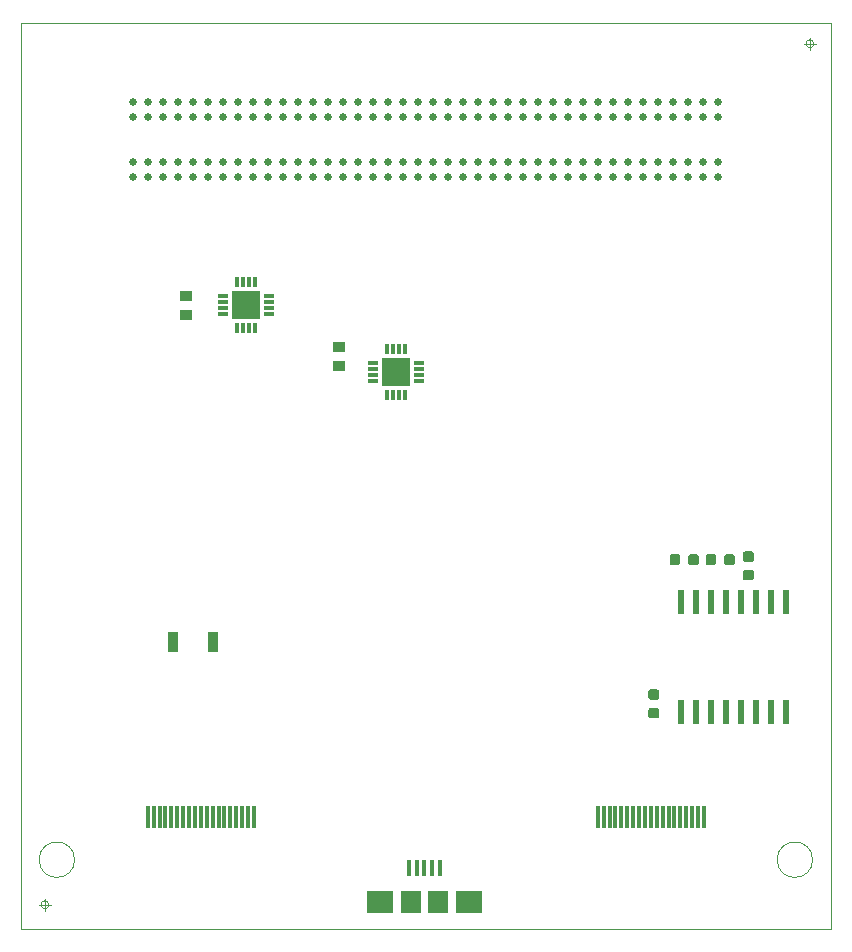
<source format=gtp>
%TF.GenerationSoftware,KiCad,Pcbnew,(5.1.5-0-10_14)*%
%TF.CreationDate,2020-01-10T14:35:19+01:00*%
%TF.ProjectId,adapter_hybrid_assister,61646170-7465-4725-9f68-79627269645f,rev?*%
%TF.SameCoordinates,PX6312cb0PY8accb70*%
%TF.FileFunction,Paste,Top*%
%TF.FilePolarity,Positive*%
%FSLAX45Y45*%
G04 Gerber Fmt 4.5, Leading zero omitted, Abs format (unit mm)*
G04 Created by KiCad (PCBNEW (5.1.5-0-10_14)) date 2020-01-10 14:35:19*
%MOMM*%
%LPD*%
G04 APERTURE LIST*
%TA.AperFunction,Profile*%
%ADD10C,0.050000*%
%TD*%
%TA.AperFunction,Profile*%
%ADD11C,0.100000*%
%TD*%
%ADD12R,1.000000X0.950000*%
%ADD13R,2.400000X2.400000*%
%ADD14R,0.850000X0.300000*%
%ADD15R,0.300000X0.850000*%
%ADD16C,0.100000*%
%ADD17R,0.810000X1.820000*%
%ADD18R,0.600000X2.060000*%
%ADD19R,2.300000X1.900000*%
%ADD20R,1.800000X1.900000*%
%ADD21R,0.400000X1.400000*%
%ADD22C,0.640000*%
%ADD23R,0.300000X1.900000*%
G04 APERTURE END LIST*
D10*
X6713533Y7493000D02*
G75*
G03X6713533Y7493000I-33333J0D01*
G01*
X6630200Y7493000D02*
X6730200Y7493000D01*
X6680200Y7543000D02*
X6680200Y7443000D01*
X236533Y203200D02*
G75*
G03X236533Y203200I-33333J0D01*
G01*
X153200Y203200D02*
X253200Y203200D01*
X203200Y253200D02*
X203200Y153200D01*
X454800Y584200D02*
G75*
G03X454800Y584200I-150000J0D01*
G01*
X6703200Y584200D02*
G75*
G03X6703200Y584200I-150000J0D01*
G01*
X0Y0D02*
X0Y7670800D01*
X6858000Y7670800D02*
X6858000Y0D01*
D11*
X0Y7670800D02*
X6858000Y7670800D01*
X6858000Y0D02*
X0Y0D01*
D12*
%TO.C,C6*%
X1397000Y5359400D03*
X1397000Y5199400D03*
%TD*%
%TO.C,C8*%
X2692400Y4927600D03*
X2692400Y4767600D03*
%TD*%
D13*
%TO.C,U6*%
X1905000Y5283200D03*
D14*
X2100000Y5358200D03*
X2100000Y5308200D03*
X2100000Y5258200D03*
X2100000Y5208200D03*
D15*
X1980000Y5088200D03*
X1930000Y5088200D03*
X1880000Y5088200D03*
X1830000Y5088200D03*
D14*
X1710000Y5208200D03*
X1710000Y5258200D03*
X1710000Y5308200D03*
X1710000Y5358200D03*
D15*
X1830000Y5478200D03*
X1880000Y5478200D03*
X1930000Y5478200D03*
X1980000Y5478200D03*
%TD*%
D13*
%TO.C,U8*%
X3175000Y4711700D03*
D14*
X3370000Y4786700D03*
X3370000Y4736700D03*
X3370000Y4686700D03*
X3370000Y4636700D03*
D15*
X3250000Y4516700D03*
X3200000Y4516700D03*
X3150000Y4516700D03*
X3100000Y4516700D03*
D14*
X2980000Y4636700D03*
X2980000Y4686700D03*
X2980000Y4736700D03*
X2980000Y4786700D03*
D15*
X3100000Y4906700D03*
X3150000Y4906700D03*
X3200000Y4906700D03*
X3250000Y4906700D03*
%TD*%
D16*
%TO.C,R31*%
G36*
X5718719Y3171595D02*
G01*
X5720843Y3171280D01*
X5722925Y3170758D01*
X5724946Y3170035D01*
X5726887Y3169117D01*
X5728728Y3168013D01*
X5730452Y3166735D01*
X5732043Y3165293D01*
X5733485Y3163702D01*
X5734763Y3161978D01*
X5735867Y3160137D01*
X5736785Y3158196D01*
X5737508Y3156175D01*
X5738030Y3154093D01*
X5738345Y3151969D01*
X5738450Y3149825D01*
X5738450Y3098575D01*
X5738345Y3096431D01*
X5738030Y3094307D01*
X5737508Y3092225D01*
X5736785Y3090204D01*
X5735867Y3088263D01*
X5734763Y3086422D01*
X5733485Y3084698D01*
X5732043Y3083107D01*
X5730452Y3081665D01*
X5728728Y3080387D01*
X5726887Y3079283D01*
X5724946Y3078365D01*
X5722925Y3077642D01*
X5720843Y3077120D01*
X5718719Y3076805D01*
X5716575Y3076700D01*
X5672825Y3076700D01*
X5670681Y3076805D01*
X5668557Y3077120D01*
X5666475Y3077642D01*
X5664454Y3078365D01*
X5662513Y3079283D01*
X5660672Y3080387D01*
X5658948Y3081665D01*
X5657357Y3083107D01*
X5655915Y3084698D01*
X5654637Y3086422D01*
X5653533Y3088263D01*
X5652615Y3090204D01*
X5651892Y3092225D01*
X5651370Y3094307D01*
X5651055Y3096431D01*
X5650950Y3098575D01*
X5650950Y3149825D01*
X5651055Y3151969D01*
X5651370Y3154093D01*
X5651892Y3156175D01*
X5652615Y3158196D01*
X5653533Y3160137D01*
X5654637Y3161978D01*
X5655915Y3163702D01*
X5657357Y3165293D01*
X5658948Y3166735D01*
X5660672Y3168013D01*
X5662513Y3169117D01*
X5664454Y3170035D01*
X5666475Y3170758D01*
X5668557Y3171280D01*
X5670681Y3171595D01*
X5672825Y3171700D01*
X5716575Y3171700D01*
X5718719Y3171595D01*
G37*
G36*
X5561219Y3171595D02*
G01*
X5563343Y3171280D01*
X5565425Y3170758D01*
X5567446Y3170035D01*
X5569387Y3169117D01*
X5571228Y3168013D01*
X5572952Y3166735D01*
X5574543Y3165293D01*
X5575985Y3163702D01*
X5577263Y3161978D01*
X5578367Y3160137D01*
X5579285Y3158196D01*
X5580008Y3156175D01*
X5580530Y3154093D01*
X5580845Y3151969D01*
X5580950Y3149825D01*
X5580950Y3098575D01*
X5580845Y3096431D01*
X5580530Y3094307D01*
X5580008Y3092225D01*
X5579285Y3090204D01*
X5578367Y3088263D01*
X5577263Y3086422D01*
X5575985Y3084698D01*
X5574543Y3083107D01*
X5572952Y3081665D01*
X5571228Y3080387D01*
X5569387Y3079283D01*
X5567446Y3078365D01*
X5565425Y3077642D01*
X5563343Y3077120D01*
X5561219Y3076805D01*
X5559075Y3076700D01*
X5515325Y3076700D01*
X5513181Y3076805D01*
X5511057Y3077120D01*
X5508975Y3077642D01*
X5506954Y3078365D01*
X5505013Y3079283D01*
X5503172Y3080387D01*
X5501448Y3081665D01*
X5499857Y3083107D01*
X5498415Y3084698D01*
X5497137Y3086422D01*
X5496033Y3088263D01*
X5495115Y3090204D01*
X5494392Y3092225D01*
X5493870Y3094307D01*
X5493555Y3096431D01*
X5493450Y3098575D01*
X5493450Y3149825D01*
X5493555Y3151969D01*
X5493870Y3154093D01*
X5494392Y3156175D01*
X5495115Y3158196D01*
X5496033Y3160137D01*
X5497137Y3161978D01*
X5498415Y3163702D01*
X5499857Y3165293D01*
X5501448Y3166735D01*
X5503172Y3168013D01*
X5505013Y3169117D01*
X5506954Y3170035D01*
X5508975Y3170758D01*
X5511057Y3171280D01*
X5513181Y3171595D01*
X5515325Y3171700D01*
X5559075Y3171700D01*
X5561219Y3171595D01*
G37*
%TD*%
%TO.C,R32*%
G36*
X5866019Y3171595D02*
G01*
X5868143Y3171280D01*
X5870225Y3170758D01*
X5872246Y3170035D01*
X5874187Y3169117D01*
X5876028Y3168013D01*
X5877752Y3166735D01*
X5879343Y3165293D01*
X5880785Y3163702D01*
X5882063Y3161978D01*
X5883167Y3160137D01*
X5884085Y3158196D01*
X5884808Y3156175D01*
X5885330Y3154093D01*
X5885645Y3151969D01*
X5885750Y3149825D01*
X5885750Y3098575D01*
X5885645Y3096431D01*
X5885330Y3094307D01*
X5884808Y3092225D01*
X5884085Y3090204D01*
X5883167Y3088263D01*
X5882063Y3086422D01*
X5880785Y3084698D01*
X5879343Y3083107D01*
X5877752Y3081665D01*
X5876028Y3080387D01*
X5874187Y3079283D01*
X5872246Y3078365D01*
X5870225Y3077642D01*
X5868143Y3077120D01*
X5866019Y3076805D01*
X5863875Y3076700D01*
X5820125Y3076700D01*
X5817981Y3076805D01*
X5815857Y3077120D01*
X5813775Y3077642D01*
X5811754Y3078365D01*
X5809813Y3079283D01*
X5807972Y3080387D01*
X5806248Y3081665D01*
X5804657Y3083107D01*
X5803215Y3084698D01*
X5801937Y3086422D01*
X5800833Y3088263D01*
X5799915Y3090204D01*
X5799192Y3092225D01*
X5798670Y3094307D01*
X5798355Y3096431D01*
X5798250Y3098575D01*
X5798250Y3149825D01*
X5798355Y3151969D01*
X5798670Y3154093D01*
X5799192Y3156175D01*
X5799915Y3158196D01*
X5800833Y3160137D01*
X5801937Y3161978D01*
X5803215Y3163702D01*
X5804657Y3165293D01*
X5806248Y3166735D01*
X5807972Y3168013D01*
X5809813Y3169117D01*
X5811754Y3170035D01*
X5813775Y3170758D01*
X5815857Y3171280D01*
X5817981Y3171595D01*
X5820125Y3171700D01*
X5863875Y3171700D01*
X5866019Y3171595D01*
G37*
G36*
X6023519Y3171595D02*
G01*
X6025643Y3171280D01*
X6027725Y3170758D01*
X6029746Y3170035D01*
X6031687Y3169117D01*
X6033528Y3168013D01*
X6035252Y3166735D01*
X6036843Y3165293D01*
X6038285Y3163702D01*
X6039563Y3161978D01*
X6040667Y3160137D01*
X6041585Y3158196D01*
X6042308Y3156175D01*
X6042830Y3154093D01*
X6043145Y3151969D01*
X6043250Y3149825D01*
X6043250Y3098575D01*
X6043145Y3096431D01*
X6042830Y3094307D01*
X6042308Y3092225D01*
X6041585Y3090204D01*
X6040667Y3088263D01*
X6039563Y3086422D01*
X6038285Y3084698D01*
X6036843Y3083107D01*
X6035252Y3081665D01*
X6033528Y3080387D01*
X6031687Y3079283D01*
X6029746Y3078365D01*
X6027725Y3077642D01*
X6025643Y3077120D01*
X6023519Y3076805D01*
X6021375Y3076700D01*
X5977625Y3076700D01*
X5975481Y3076805D01*
X5973357Y3077120D01*
X5971275Y3077642D01*
X5969254Y3078365D01*
X5967313Y3079283D01*
X5965472Y3080387D01*
X5963748Y3081665D01*
X5962157Y3083107D01*
X5960715Y3084698D01*
X5959437Y3086422D01*
X5958333Y3088263D01*
X5957415Y3090204D01*
X5956692Y3092225D01*
X5956170Y3094307D01*
X5955855Y3096431D01*
X5955750Y3098575D01*
X5955750Y3149825D01*
X5955855Y3151969D01*
X5956170Y3154093D01*
X5956692Y3156175D01*
X5957415Y3158196D01*
X5958333Y3160137D01*
X5959437Y3161978D01*
X5960715Y3163702D01*
X5962157Y3165293D01*
X5963748Y3166735D01*
X5965472Y3168013D01*
X5967313Y3169117D01*
X5969254Y3170035D01*
X5971275Y3170758D01*
X5973357Y3171280D01*
X5975481Y3171595D01*
X5977625Y3171700D01*
X6021375Y3171700D01*
X6023519Y3171595D01*
G37*
%TD*%
%TO.C,R33*%
G36*
X5387169Y1868695D02*
G01*
X5389293Y1868380D01*
X5391375Y1867858D01*
X5393396Y1867135D01*
X5395337Y1866217D01*
X5397178Y1865113D01*
X5398902Y1863835D01*
X5400493Y1862393D01*
X5401935Y1860802D01*
X5403213Y1859078D01*
X5404317Y1857237D01*
X5405235Y1855296D01*
X5405958Y1853275D01*
X5406480Y1851193D01*
X5406795Y1849069D01*
X5406900Y1846925D01*
X5406900Y1803175D01*
X5406795Y1801031D01*
X5406480Y1798907D01*
X5405958Y1796825D01*
X5405235Y1794804D01*
X5404317Y1792863D01*
X5403213Y1791022D01*
X5401935Y1789298D01*
X5400493Y1787707D01*
X5398902Y1786265D01*
X5397178Y1784987D01*
X5395337Y1783883D01*
X5393396Y1782965D01*
X5391375Y1782242D01*
X5389293Y1781720D01*
X5387169Y1781405D01*
X5385025Y1781300D01*
X5333775Y1781300D01*
X5331631Y1781405D01*
X5329507Y1781720D01*
X5327425Y1782242D01*
X5325404Y1782965D01*
X5323463Y1783883D01*
X5321622Y1784987D01*
X5319898Y1786265D01*
X5318307Y1787707D01*
X5316865Y1789298D01*
X5315587Y1791022D01*
X5314483Y1792863D01*
X5313565Y1794804D01*
X5312842Y1796825D01*
X5312320Y1798907D01*
X5312005Y1801031D01*
X5311900Y1803175D01*
X5311900Y1846925D01*
X5312005Y1849069D01*
X5312320Y1851193D01*
X5312842Y1853275D01*
X5313565Y1855296D01*
X5314483Y1857237D01*
X5315587Y1859078D01*
X5316865Y1860802D01*
X5318307Y1862393D01*
X5319898Y1863835D01*
X5321622Y1865113D01*
X5323463Y1866217D01*
X5325404Y1867135D01*
X5327425Y1867858D01*
X5329507Y1868380D01*
X5331631Y1868695D01*
X5333775Y1868800D01*
X5385025Y1868800D01*
X5387169Y1868695D01*
G37*
G36*
X5387169Y2026195D02*
G01*
X5389293Y2025880D01*
X5391375Y2025358D01*
X5393396Y2024635D01*
X5395337Y2023717D01*
X5397178Y2022613D01*
X5398902Y2021335D01*
X5400493Y2019893D01*
X5401935Y2018302D01*
X5403213Y2016578D01*
X5404317Y2014737D01*
X5405235Y2012796D01*
X5405958Y2010775D01*
X5406480Y2008693D01*
X5406795Y2006569D01*
X5406900Y2004425D01*
X5406900Y1960675D01*
X5406795Y1958531D01*
X5406480Y1956407D01*
X5405958Y1954325D01*
X5405235Y1952304D01*
X5404317Y1950363D01*
X5403213Y1948522D01*
X5401935Y1946798D01*
X5400493Y1945207D01*
X5398902Y1943765D01*
X5397178Y1942487D01*
X5395337Y1941383D01*
X5393396Y1940465D01*
X5391375Y1939742D01*
X5389293Y1939220D01*
X5387169Y1938905D01*
X5385025Y1938800D01*
X5333775Y1938800D01*
X5331631Y1938905D01*
X5329507Y1939220D01*
X5327425Y1939742D01*
X5325404Y1940465D01*
X5323463Y1941383D01*
X5321622Y1942487D01*
X5319898Y1943765D01*
X5318307Y1945207D01*
X5316865Y1946798D01*
X5315587Y1948522D01*
X5314483Y1950363D01*
X5313565Y1952304D01*
X5312842Y1954325D01*
X5312320Y1956407D01*
X5312005Y1958531D01*
X5311900Y1960675D01*
X5311900Y2004425D01*
X5312005Y2006569D01*
X5312320Y2008693D01*
X5312842Y2010775D01*
X5313565Y2012796D01*
X5314483Y2014737D01*
X5315587Y2016578D01*
X5316865Y2018302D01*
X5318307Y2019893D01*
X5319898Y2021335D01*
X5321622Y2022613D01*
X5323463Y2023717D01*
X5325404Y2024635D01*
X5327425Y2025358D01*
X5329507Y2025880D01*
X5331631Y2026195D01*
X5333775Y2026300D01*
X5385025Y2026300D01*
X5387169Y2026195D01*
G37*
%TD*%
%TO.C,R34*%
G36*
X6187269Y3037095D02*
G01*
X6189393Y3036780D01*
X6191475Y3036258D01*
X6193496Y3035535D01*
X6195437Y3034617D01*
X6197278Y3033513D01*
X6199002Y3032235D01*
X6200593Y3030793D01*
X6202035Y3029202D01*
X6203313Y3027478D01*
X6204417Y3025637D01*
X6205335Y3023696D01*
X6206058Y3021675D01*
X6206580Y3019593D01*
X6206895Y3017469D01*
X6207000Y3015325D01*
X6207000Y2971575D01*
X6206895Y2969431D01*
X6206580Y2967307D01*
X6206058Y2965225D01*
X6205335Y2963204D01*
X6204417Y2961263D01*
X6203313Y2959422D01*
X6202035Y2957698D01*
X6200593Y2956107D01*
X6199002Y2954665D01*
X6197278Y2953387D01*
X6195437Y2952283D01*
X6193496Y2951365D01*
X6191475Y2950642D01*
X6189393Y2950120D01*
X6187269Y2949805D01*
X6185125Y2949700D01*
X6133875Y2949700D01*
X6131731Y2949805D01*
X6129607Y2950120D01*
X6127525Y2950642D01*
X6125504Y2951365D01*
X6123563Y2952283D01*
X6121722Y2953387D01*
X6119998Y2954665D01*
X6118407Y2956107D01*
X6116965Y2957698D01*
X6115687Y2959422D01*
X6114583Y2961263D01*
X6113665Y2963204D01*
X6112942Y2965225D01*
X6112420Y2967307D01*
X6112105Y2969431D01*
X6112000Y2971575D01*
X6112000Y3015325D01*
X6112105Y3017469D01*
X6112420Y3019593D01*
X6112942Y3021675D01*
X6113665Y3023696D01*
X6114583Y3025637D01*
X6115687Y3027478D01*
X6116965Y3029202D01*
X6118407Y3030793D01*
X6119998Y3032235D01*
X6121722Y3033513D01*
X6123563Y3034617D01*
X6125504Y3035535D01*
X6127525Y3036258D01*
X6129607Y3036780D01*
X6131731Y3037095D01*
X6133875Y3037200D01*
X6185125Y3037200D01*
X6187269Y3037095D01*
G37*
G36*
X6187269Y3194595D02*
G01*
X6189393Y3194280D01*
X6191475Y3193758D01*
X6193496Y3193035D01*
X6195437Y3192117D01*
X6197278Y3191013D01*
X6199002Y3189735D01*
X6200593Y3188293D01*
X6202035Y3186702D01*
X6203313Y3184978D01*
X6204417Y3183137D01*
X6205335Y3181196D01*
X6206058Y3179175D01*
X6206580Y3177093D01*
X6206895Y3174969D01*
X6207000Y3172825D01*
X6207000Y3129075D01*
X6206895Y3126931D01*
X6206580Y3124807D01*
X6206058Y3122725D01*
X6205335Y3120704D01*
X6204417Y3118763D01*
X6203313Y3116922D01*
X6202035Y3115198D01*
X6200593Y3113607D01*
X6199002Y3112165D01*
X6197278Y3110887D01*
X6195437Y3109783D01*
X6193496Y3108865D01*
X6191475Y3108142D01*
X6189393Y3107620D01*
X6187269Y3107305D01*
X6185125Y3107200D01*
X6133875Y3107200D01*
X6131731Y3107305D01*
X6129607Y3107620D01*
X6127525Y3108142D01*
X6125504Y3108865D01*
X6123563Y3109783D01*
X6121722Y3110887D01*
X6119998Y3112165D01*
X6118407Y3113607D01*
X6116965Y3115198D01*
X6115687Y3116922D01*
X6114583Y3118763D01*
X6113665Y3120704D01*
X6112942Y3122725D01*
X6112420Y3124807D01*
X6112105Y3126931D01*
X6112000Y3129075D01*
X6112000Y3172825D01*
X6112105Y3174969D01*
X6112420Y3177093D01*
X6112942Y3179175D01*
X6113665Y3181196D01*
X6114583Y3183137D01*
X6115687Y3184978D01*
X6116965Y3186702D01*
X6118407Y3188293D01*
X6119998Y3189735D01*
X6121722Y3191013D01*
X6123563Y3192117D01*
X6125504Y3193035D01*
X6127525Y3193758D01*
X6129607Y3194280D01*
X6131731Y3194595D01*
X6133875Y3194700D01*
X6185125Y3194700D01*
X6187269Y3194595D01*
G37*
%TD*%
D17*
%TO.C,F1*%
X1290500Y2425700D03*
X1630500Y2425700D03*
%TD*%
D18*
%TO.C,U3*%
X5588000Y2762700D03*
X5715000Y2762700D03*
X5842000Y2762700D03*
X5969000Y2762700D03*
X6096000Y2762700D03*
X6223000Y2762700D03*
X6350000Y2762700D03*
X6477000Y2762700D03*
X6477000Y1834700D03*
X6350000Y1834700D03*
X6223000Y1834700D03*
X6096000Y1834700D03*
X5969000Y1834700D03*
X5842000Y1834700D03*
X5715000Y1834700D03*
X5588000Y1834700D03*
%TD*%
D19*
%TO.C,J1*%
X3790600Y228600D03*
D20*
X3530600Y228600D03*
X3300600Y228600D03*
D19*
X3040600Y228600D03*
D21*
X3545600Y513600D03*
X3480600Y513600D03*
X3415600Y513600D03*
X3350600Y513600D03*
X3285600Y513600D03*
%TD*%
D22*
%TO.C,J2*%
X952500Y6362700D03*
X1079500Y6362700D03*
X1206500Y6362700D03*
X1333500Y6362700D03*
X1460500Y6362700D03*
X1587500Y6362700D03*
X1714500Y6362700D03*
X1841500Y6362700D03*
X1968500Y6362700D03*
X2095500Y6362700D03*
X2222500Y6362700D03*
X2349500Y6362700D03*
X2476500Y6362700D03*
X2603500Y6362700D03*
X2730500Y6362700D03*
X2857500Y6362700D03*
X2984500Y6362700D03*
X3111500Y6362700D03*
X3238500Y6362700D03*
X3365500Y6362700D03*
X3492500Y6362700D03*
X3619500Y6362700D03*
X3746500Y6362700D03*
X3873500Y6362700D03*
X4000500Y6362700D03*
X4127500Y6362700D03*
X4254500Y6362700D03*
X4381500Y6362700D03*
X4508500Y6362700D03*
X4635500Y6362700D03*
X4762500Y6362700D03*
X4889500Y6362700D03*
X5016500Y6362700D03*
X5143500Y6362700D03*
X5270500Y6362700D03*
X5397500Y6362700D03*
X5524500Y6362700D03*
X5651500Y6362700D03*
X5778500Y6362700D03*
X5905500Y6362700D03*
X952500Y6489700D03*
X1079500Y6489700D03*
X1206500Y6489700D03*
X1333500Y6489700D03*
X1460500Y6489700D03*
X1587500Y6489700D03*
X1714500Y6489700D03*
X1841500Y6489700D03*
X1968500Y6489700D03*
X2095500Y6489700D03*
X2222500Y6489700D03*
X2349500Y6489700D03*
X2476500Y6489700D03*
X2603500Y6489700D03*
X2730500Y6489700D03*
X2857500Y6489700D03*
X2984500Y6489700D03*
X3111500Y6489700D03*
X3238500Y6489700D03*
X3365500Y6489700D03*
X3492500Y6489700D03*
X3619500Y6489700D03*
X3746500Y6489700D03*
X3873500Y6489700D03*
X4000500Y6489700D03*
X4127500Y6489700D03*
X4254500Y6489700D03*
X4381500Y6489700D03*
X4508500Y6489700D03*
X4635500Y6489700D03*
X4762500Y6489700D03*
X4889500Y6489700D03*
X5016500Y6489700D03*
X5143500Y6489700D03*
X5270500Y6489700D03*
X5397500Y6489700D03*
X5524500Y6489700D03*
X5651500Y6489700D03*
X5778500Y6489700D03*
X5905500Y6489700D03*
X952500Y6870700D03*
X1079500Y6870700D03*
X1206500Y6870700D03*
X1333500Y6870700D03*
X1460500Y6870700D03*
X1587500Y6870700D03*
X1714500Y6870700D03*
X1841500Y6870700D03*
X1968500Y6870700D03*
X2095500Y6870700D03*
X2222500Y6870700D03*
X2349500Y6870700D03*
X2476500Y6870700D03*
X2603500Y6870700D03*
X2730500Y6870700D03*
X2857500Y6870700D03*
X2984500Y6870700D03*
X3111500Y6870700D03*
X3238500Y6870700D03*
X3365500Y6870700D03*
X3492500Y6870700D03*
X3619500Y6870700D03*
X3746500Y6870700D03*
X3873500Y6870700D03*
X4000500Y6870700D03*
X4127500Y6870700D03*
X4254500Y6870700D03*
X4381500Y6870700D03*
X4508500Y6870700D03*
X4635500Y6870700D03*
X4762500Y6870700D03*
X4889500Y6870700D03*
X5016500Y6870700D03*
X5143500Y6870700D03*
X5270500Y6870700D03*
X5397500Y6870700D03*
X5524500Y6870700D03*
X5651500Y6870700D03*
X5778500Y6870700D03*
X5905500Y6870700D03*
X952500Y6997700D03*
X1079500Y6997700D03*
X1206500Y6997700D03*
X1333500Y6997700D03*
X1460500Y6997700D03*
X1587500Y6997700D03*
X1714500Y6997700D03*
X1841500Y6997700D03*
X1968500Y6997700D03*
X2095500Y6997700D03*
X2222500Y6997700D03*
X2349500Y6997700D03*
X2476500Y6997700D03*
X2603500Y6997700D03*
X2730500Y6997700D03*
X2857500Y6997700D03*
X2984500Y6997700D03*
X3111500Y6997700D03*
X3238500Y6997700D03*
X3365500Y6997700D03*
X3492500Y6997700D03*
X3619500Y6997700D03*
X3746500Y6997700D03*
X3873500Y6997700D03*
X4000500Y6997700D03*
X4127500Y6997700D03*
X4254500Y6997700D03*
X4381500Y6997700D03*
X4508500Y6997700D03*
X4635500Y6997700D03*
X4762500Y6997700D03*
X4889500Y6997700D03*
X5016500Y6997700D03*
X5143500Y6997700D03*
X5270500Y6997700D03*
X5397500Y6997700D03*
X5524500Y6997700D03*
X5651500Y6997700D03*
X5778500Y6997700D03*
X5905500Y6997700D03*
%TD*%
D23*
%TO.C,J4*%
X4883900Y943800D03*
X4933900Y943800D03*
X4983900Y943800D03*
X5033900Y943800D03*
X5083900Y943800D03*
X5133900Y943800D03*
X5183900Y943800D03*
X5233900Y943800D03*
X5283900Y943800D03*
X5333900Y943800D03*
X5383900Y943800D03*
X5433900Y943800D03*
X5483900Y943800D03*
X5533900Y943800D03*
X5583900Y943800D03*
X5633900Y943800D03*
X5683900Y943800D03*
X5733900Y943800D03*
X5783900Y943800D03*
%TD*%
%TO.C,J3*%
X1073900Y943800D03*
X1123900Y943800D03*
X1173900Y943800D03*
X1223900Y943800D03*
X1273900Y943800D03*
X1323900Y943800D03*
X1373900Y943800D03*
X1423900Y943800D03*
X1473900Y943800D03*
X1523900Y943800D03*
X1573900Y943800D03*
X1623900Y943800D03*
X1673900Y943800D03*
X1723900Y943800D03*
X1773900Y943800D03*
X1823900Y943800D03*
X1873900Y943800D03*
X1923900Y943800D03*
X1973900Y943800D03*
%TD*%
M02*

</source>
